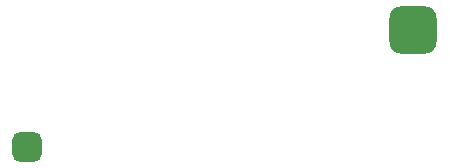
<source format=gbl>
G04*
G04 #@! TF.GenerationSoftware,Altium Limited,Altium Designer,22.9.1 (49)*
G04*
G04 Layer_Physical_Order=2*
G04 Layer_Color=16711680*
%FSLAX25Y25*%
%MOIN*%
G70*
G04*
G04 #@! TF.SameCoordinates,7F83523E-A3D8-4692-9F7C-F7BD391A3CC7*
G04*
G04*
G04 #@! TF.FilePolarity,Positive*
G04*
G01*
G75*
G04:AMPARAMS|DCode=31|XSize=157.48mil|YSize=157.48mil|CornerRadius=39.37mil|HoleSize=0mil|Usage=FLASHONLY|Rotation=0.000|XOffset=0mil|YOffset=0mil|HoleType=Round|Shape=RoundedRectangle|*
%AMROUNDEDRECTD31*
21,1,0.15748,0.07874,0,0,0.0*
21,1,0.07874,0.15748,0,0,0.0*
1,1,0.07874,0.03937,-0.03937*
1,1,0.07874,-0.03937,-0.03937*
1,1,0.07874,-0.03937,0.03937*
1,1,0.07874,0.03937,0.03937*
%
%ADD31ROUNDEDRECTD31*%
G04:AMPARAMS|DCode=32|XSize=98.43mil|YSize=98.43mil|CornerRadius=24.61mil|HoleSize=0mil|Usage=FLASHONLY|Rotation=0.000|XOffset=0mil|YOffset=0mil|HoleType=Round|Shape=RoundedRectangle|*
%AMROUNDEDRECTD32*
21,1,0.09843,0.04921,0,0,0.0*
21,1,0.04921,0.09843,0,0,0.0*
1,1,0.04921,0.02461,-0.02461*
1,1,0.04921,-0.02461,-0.02461*
1,1,0.04921,-0.02461,0.02461*
1,1,0.04921,0.02461,0.02461*
%
%ADD32ROUNDEDRECTD32*%
D31*
X561500Y385500D02*
D03*
D32*
X433000Y346500D02*
D03*
M02*

</source>
